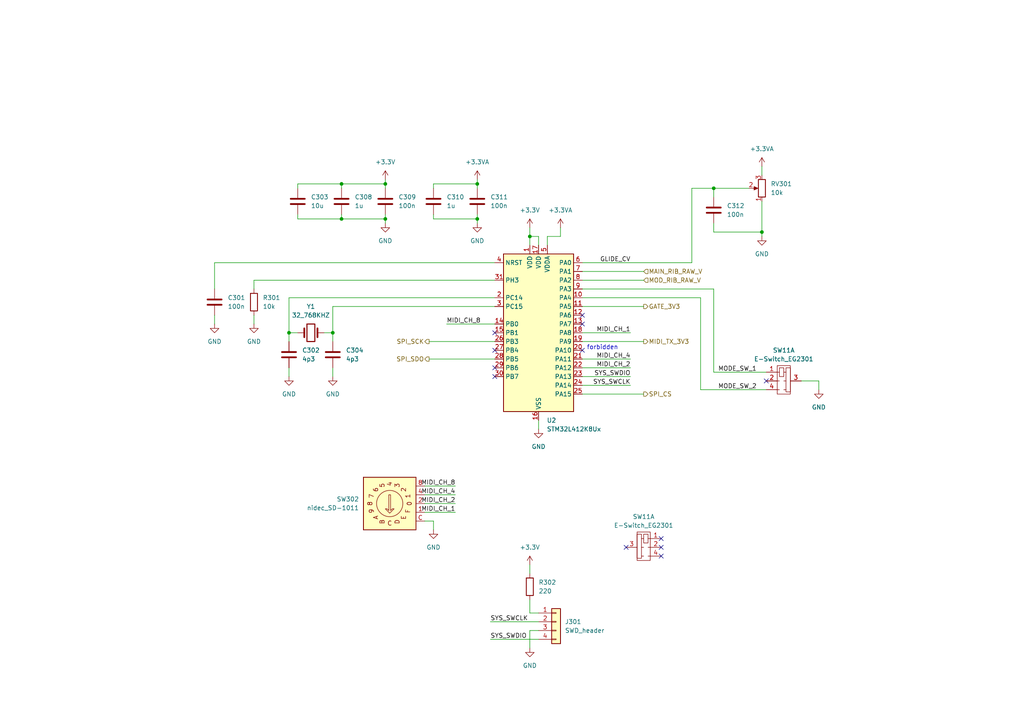
<source format=kicad_sch>
(kicad_sch (version 20230121) (generator eeschema)
  (paper "A4")
  (title_block (title "Ribbon Controller Main Board") (date "2023-03-28") (rev "0") (comment 1 "creativecommons.org/licenses/by/4.0") (comment 2 "license: CC by 4.0") (comment 3 "Author: Jordan Aceto"))
  (lib_symbols
    (symbol "Connector_Generic:Conn_01x04" (pin_names (offset 1.016) hide)
      (property "Reference" "J" (at 0 5.08 0))
      (property "Value" "Conn_01x04" (at 0 -7.62 0))
      (symbol "Conn_01x04_1_1"
        (rectangle (start -1.27 -4.953) (end 0 -5.207) (stroke (width 0.1524)))
        (rectangle (start -1.27 -2.413) (end 0 -2.667) (stroke (width 0.1524)))
        (rectangle (start -1.27 0.127) (end 0 -0.127) (stroke (width 0.1524)))
        (rectangle (start -1.27 2.667) (end 0 2.413) (stroke (width 0.1524)))
        (rectangle (start -1.27 3.81) (end 1.27 -6.35) (stroke (width 0.254)) (fill (type background)))
        (pin passive line (at -5.08 2.54 0) (length 3.81) (name "Pin_1") (number "1"))
        (pin passive line (at -5.08 0 0) (length 3.81) (name "Pin_2") (number "2"))
        (pin passive line (at -5.08 -2.54 0) (length 3.81) (name "Pin_3") (number "3"))
        (pin passive line (at -5.08 -5.08 0) (length 3.81) (name "Pin_4") (number "4"))
      )
    )
    (symbol "Device:C" (pin_numbers hide) (pin_names (offset 0.254))
      (property "Reference" "C" (at 0.635 2.54 0))
      (property "Value" "C" (at 0.635 -2.54 0))
      (symbol "C_0_1"
        (polyline (pts (xy -2.032 -0.762) (xy 2.032 -0.762)) (stroke (width 0.508)))
        (polyline (pts (xy -2.032 0.762) (xy 2.032 0.762)) (stroke (width 0.508)))
      )
      (symbol "C_1_1"
        (pin passive line (at 0 3.81 270) (length 2.794) (name "~") (number "1"))
        (pin passive line (at 0 -3.81 90) (length 2.794) (name "~") (number "2"))
      )
    )
    (symbol "Device:Crystal" (pin_numbers hide) (pin_names (offset 1.016) hide)
      (property "Reference" "Y" (at 0 3.81 0))
      (property "Value" "Crystal" (at 0 -3.81 0))
      (symbol "Crystal_0_1"
        (rectangle (start -1.143 2.54) (end 1.143 -2.54) (stroke (width 0.3048)))
        (polyline (pts (xy -2.54 0) (xy -1.905 0)))
        (polyline (pts (xy -1.905 -1.27) (xy -1.905 1.27)) (stroke (width 0.508)))
        (polyline (pts (xy 1.905 -1.27) (xy 1.905 1.27)) (stroke (width 0.508)))
        (polyline (pts (xy 2.54 0) (xy 1.905 0)))
      )
      (symbol "Crystal_1_1"
        (pin passive line (at -3.81 0 0) (length 1.27) (name "1") (number "1"))
        (pin passive line (at 3.81 0 180) (length 1.27) (name "2") (number "2"))
      )
    )
    (symbol "Device:R" (pin_numbers hide) (pin_names (offset 0))
      (property "Reference" "R" (at 2.032 0 90))
      (property "Value" "R" (at 0 0 90))
      (symbol "R_0_1"
        (rectangle (start -1.016 -2.54) (end 1.016 2.54) (stroke (width 0.254)))
      )
      (symbol "R_1_1"
        (pin passive line (at 0 3.81 270) (length 1.27) (name "~") (number "1"))
        (pin passive line (at 0 -3.81 90) (length 1.27) (name "~") (number "2"))
      )
    )
    (symbol "Device:R_Potentiometer" (pin_names (offset 1.016) hide)
      (property "Reference" "RV" (at -4.445 0 90))
      (property "Value" "R_Potentiometer" (at -2.54 0 90))
      (symbol "R_Potentiometer_0_1"
        (polyline (pts (xy 2.54 0) (xy 1.524 0)))
        (polyline (pts (xy 1.143 0) (xy 2.286 0.508) (xy 2.286 -0.508) (xy 1.143 0)) (fill (type outline)))
        (rectangle (start 1.016 2.54) (end -1.016 -2.54) (stroke (width 0.254)))
      )
      (symbol "R_Potentiometer_1_1"
        (pin passive line (at 0 3.81 270) (length 1.27) (name "1") (number "1"))
        (pin passive line (at 3.81 0 180) (length 1.27) (name "2") (number "2"))
        (pin passive line (at 0 -3.81 90) (length 1.27) (name "3") (number "3"))
      )
    )
    (symbol "MCU_ST_STM32L4:STM32L412K8Ux"
      (property "Reference" "U" (at -10.16 24.13 0))
      (property "Value" "STM32L412K8Ux" (at 5.08 24.13 0))
      (symbol "STM32L412K8Ux_0_1"
        (rectangle (start -10.16 -22.86) (end 10.16 22.86) (stroke (width 0.254)) (fill (type background)))
      )
      (symbol "STM32L412K8Ux_1_1"
        (pin power_in line (at -2.54 25.4 270) (length 2.54) (name "VDD") (number "1"))
        (pin bidirectional line (at 12.7 10.16 180) (length 2.54) (name "PA4") (number "10"))
        (pin bidirectional line (at 12.7 7.62 180) (length 2.54) (name "PA5") (number "11"))
        (pin bidirectional line (at 12.7 5.08 180) (length 2.54) (name "PA6") (number "12"))
        (pin bidirectional line (at 12.7 2.54 180) (length 2.54) (name "PA7") (number "13"))
        (pin bidirectional line (at -12.7 2.54 0) (length 2.54) (name "PB0") (number "14"))
        (pin bidirectional line (at -12.7 0 0) (length 2.54) (name "PB1") (number "15"))
        (pin power_in line (at 0 -25.4 90) (length 2.54) (name "VSS") (number "16"))
        (pin power_in line (at 0 25.4 270) (length 2.54) (name "VDD") (number "17"))
        (pin bidirectional line (at 12.7 0 180) (length 2.54) (name "PA8") (number "18"))
        (pin bidirectional line (at 12.7 -2.54 180) (length 2.54) (name "PA9") (number "19"))
        (pin bidirectional line (at -12.7 10.16 0) (length 2.54) (name "PC14") (number "2"))
        (pin bidirectional line (at 12.7 -5.08 180) (length 2.54) (name "PA10") (number "20"))
        (pin bidirectional line (at 12.7 -7.62 180) (length 2.54) (name "PA11") (number "21"))
        (pin bidirectional line (at 12.7 -10.16 180) (length 2.54) (name "PA12") (number "22"))
        (pin bidirectional line (at 12.7 -12.7 180) (length 2.54) (name "PA13") (number "23"))
        (pin bidirectional line (at 12.7 -15.24 180) (length 2.54) (name "PA14") (number "24"))
        (pin bidirectional line (at 12.7 -17.78 180) (length 2.54) (name "PA15") (number "25"))
        (pin bidirectional line (at -12.7 -2.54 0) (length 2.54) (name "PB3") (number "26"))
        (pin bidirectional line (at -12.7 -5.08 0) (length 2.54) (name "PB4") (number "27"))
        (pin bidirectional line (at -12.7 -7.62 0) (length 2.54) (name "PB5") (number "28"))
        (pin bidirectional line (at -12.7 -10.16 0) (length 2.54) (name "PB6") (number "29"))
        (pin bidirectional line (at -12.7 7.62 0) (length 2.54) (name "PC15") (number "3"))
        (pin bidirectional line (at -12.7 -12.7 0) (length 2.54) (name "PB7") (number "30"))
        (pin bidirectional line (at -12.7 15.24 0) (length 2.54) (name "PH3") (number "31"))
        (pin passive line (at 0 -25.4 90) (length 2.54) hide (name "VSS") (number "32"))
        (pin passive line (at 0 -25.4 90) (length 2.54) hide (name "VSS") (number "33"))
        (pin input line (at -12.7 20.32 0) (length 2.54) (name "NRST") (number "4"))
        (pin power_in line (at 2.54 25.4 270) (length 2.54) (name "VDDA") (number "5"))
        (pin bidirectional line (at 12.7 20.32 180) (length 2.54) (name "PA0") (number "6"))
        (pin bidirectional line (at 12.7 17.78 180) (length 2.54) (name "PA1") (number "7"))
        (pin bidirectional line (at 12.7 15.24 180) (length 2.54) (name "PA2") (number "8"))
        (pin bidirectional line (at 12.7 12.7 180) (length 2.54) (name "PA3") (number "9"))
      )
    )
    (symbol "custom_symbols:E-Switch_EG2301" (pin_names (offset 1.016) hide)
      (property "Reference" "SW301" (at 0 8.89 0))
      (property "Value" "E-Switch_EG2301" (at 0 6.35 0))
      (symbol "E-Switch_EG2301_0_1"
        (rectangle (start -1.905 3.81) (end -0.635 -3.175))
        (rectangle (start -1.905 4.445) (end 1.905 -3.81))
        (polyline (pts (xy -0.635 -2.54) (xy 0 -2.54)))
        (polyline (pts (xy -0.635 0) (xy 0 0)))
        (polyline (pts (xy -0.635 2.54) (xy 0 2.54)))
        (polyline (pts (xy 1.27 -2.54) (xy 1.905 -2.54)))
        (polyline (pts (xy 1.27 0) (xy 1.905 0)))
        (polyline (pts (xy 1.27 2.54) (xy 1.905 2.54) (xy 1.27 2.54)))
        (rectangle (start 0 3.81) (end 1.27 1.27))
      )
      (symbol "E-Switch_EG2301_1_1"
        (pin passive line (at 5.08 2.54 180) (length 3.175) (name "1") (number "1"))
        (pin passive line (at 5.08 0 180) (length 3.175) (name "2") (number "2"))
        (pin passive line (at -5.08 0 0) (length 3.175) (name "3") (number "3"))
        (pin passive line (at 5.08 -2.54 180) (length 3.175) (name "4") (number "4"))
      )
      (symbol "E-Switch_EG2301_2_1"
        (pin passive line (at 5.08 2.54 180) (length 3.175) (name "5") (number "5"))
        (pin passive line (at 5.08 0 180) (length 3.175) (name "6") (number "6"))
        (pin passive line (at -5.08 0 0) (length 3.175) (name "7") (number "7"))
        (pin passive line (at 5.08 -2.54 180) (length 3.175) (name "8") (number "8"))
      )
    )
    (symbol "custom_symbols:Nidec_Copal_SD-1011" (pin_names hide)
      (property "Reference" "SW302" (at -8.89 1.27 0))
      (property "Value" "nidec_SD-1011" (at -8.89 -1.27 0))
      (symbol "Nidec_Copal_SD-1011_0_0"
        (text "0" (at 5.715 0 2700) (effects (font (size 1.27 1.27))))
        (text "1" (at 5.2832 -2.1844 2475) (effects (font (size 1.27 1.27))))
        (text "2" (at 4.0386 -4.0386 2250) (effects (font (size 1.27 1.27))))
        (text "3" (at 2.1844 -5.2832 2025) (effects (font (size 1.27 1.27))))
        (text "4" (at 0 -5.715 1800) (effects (font (size 1.27 1.27))))
        (text "5" (at -2.1844 -5.2832 1575) (effects (font (size 1.27 1.27))))
        (text "6" (at -4.0386 -4.0386 1350) (effects (font (size 1.27 1.27))))
        (text "7" (at -5.2832 -2.1844 1125) (effects (font (size 1.27 1.27))))
        (text "8" (at -5.715 0 900) (effects (font (size 1.27 1.27))))
        (text "9" (at -5.2832 2.1844 675) (effects (font (size 1.27 1.27))))
        (text "A" (at -4.0386 4.0386 450) (effects (font (size 1.27 1.27))))
        (text "B" (at -2.1844 5.2832 225) (effects (font (size 1.27 1.27))))
        (text "C" (at 0 5.715 0) (effects (font (size 1.27 1.27))))
        (text "D" (at 2.1844 5.2832 3375) (effects (font (size 1.27 1.27))))
        (text "E" (at 4.0386 4.0386 3150) (effects (font (size 1.27 1.27))))
        (text "F" (at 5.2832 2.1844 2925) (effects (font (size 1.27 1.27))))
      )
      (symbol "Nidec_Copal_SD-1011_0_1"
        (rectangle (start -7.62 7.62) (end 7.62 -7.62) (stroke (width 0.254)) (fill (type background)))
        (polyline (pts (xy -0.254 -2.54) (xy -0.254 2.032) (xy -0.762 1.524) (xy -1.27 1.524) (xy 0 2.794) (xy 1.27 1.524) (xy 0.762 1.524) (xy 0.254 2.032) (xy 0.254 -2.54) (xy -0.254 -2.54) (xy -0.254 -2.54)))
        (circle (center 0 0) (radius 3.81))
      )
      (symbol "Nidec_Copal_SD-1011_1_1"
        (pin passive line (at 10.16 2.54 180) (length 2.54) (name "1") (number "1"))
        (pin passive line (at 10.16 0 180) (length 2.54) (name "2") (number "2"))
        (pin passive line (at 10.16 -2.54 180) (length 2.54) (name "4") (number "4"))
        (pin passive line (at 10.16 -5.08 180) (length 2.54) (name "8") (number "8"))
        (pin passive line (at 10.16 5.08 180) (length 2.54) (name "C") (number "C"))
      )
    )
    (symbol "power:+3.3V" (power) (pin_names (offset 0))
      (property "Value" "+3.3V" (at 0 3.556 0))
      (symbol "+3.3V_0_1"
        (polyline (pts (xy -0.762 1.27) (xy 0 2.54)))
        (polyline (pts (xy 0 0) (xy 0 2.54)))
        (polyline (pts (xy 0 2.54) (xy 0.762 1.27)))
      )
      (symbol "+3.3V_1_1"
        (pin power_in line (at 0 0 90) (length 0) hide (name "+3.3V") (number "1"))
      )
    )
    (symbol "power:+3.3VA" (power) (pin_names (offset 0))
      (property "Value" "+3.3VA" (at 0 3.556 0))
      (symbol "+3.3VA_0_1"
        (polyline (pts (xy -0.762 1.27) (xy 0 2.54)))
        (polyline (pts (xy 0 0) (xy 0 2.54)))
        (polyline (pts (xy 0 2.54) (xy 0.762 1.27)))
      )
      (symbol "+3.3VA_1_1"
        (pin power_in line (at 0 0 90) (length 0) hide (name "+3.3VA") (number "1"))
      )
    )
    (symbol "power:GND" (power) (pin_names (offset 0))
      (property "Value" "GND" (at 0 -3.81 0))
      (symbol "GND_0_1"
        (polyline (pts (xy 0 0) (xy 0 -1.27) (xy 1.27 -1.27) (xy 0 -2.54) (xy -1.27 -1.27) (xy 0 -1.27)))
      )
      (symbol "GND_1_1"
        (pin power_in line (at 0 0 270) (length 0) hide (name "GND") (number "1"))
      )
    )
  )
  (junction (at 207.01 54.61))
  (junction (at 111.76 53.34))
  (junction (at 99.06 63.5))
  (junction (at 99.06 53.34))
  (junction (at 153.67 68.58))
  (junction (at 111.76 63.5))
  (junction (at 83.82 96.52))
  (junction (at 96.52 96.52))
  (junction (at 138.43 53.34))
  (junction (at 138.43 63.5))
  (junction (at 220.98 67.31))
  (no_connect (at 222.25 110.49))
  (no_connect (at 143.51 96.52))
  (no_connect (at 191.77 158.75))
  (no_connect (at 181.61 158.75))
  (no_connect (at 143.51 101.6))
  (no_connect (at 191.77 156.21))
  (no_connect (at 168.91 101.6))
  (no_connect (at 168.91 91.44))
  (no_connect (at 143.51 106.68))
  (no_connect (at 168.91 93.98))
  (no_connect (at 143.51 109.22))
  (no_connect (at 191.77 161.29))
  (wire (pts (xy 158.75 68.58) (xy 162.56 68.58)))
  (wire (pts (xy 123.19 140.97) (xy 132.08 140.97)))
  (wire (pts (xy 156.21 71.12) (xy 156.21 68.58)))
  (wire (pts (xy 138.43 54.61) (xy 138.43 53.34)))
  (wire (pts (xy 86.36 53.34) (xy 99.06 53.34)))
  (wire (pts (xy 99.06 53.34) (xy 111.76 53.34)))
  (wire (pts (xy 123.19 143.51) (xy 132.08 143.51)))
  (wire (pts (xy 153.67 66.04) (xy 153.67 68.58)))
  (wire (pts (xy 138.43 52.07) (xy 138.43 53.34)))
  (wire (pts (xy 62.23 76.2) (xy 143.51 76.2)))
  (wire (pts (xy 96.52 88.9) (xy 143.51 88.9)))
  (wire (pts (xy 62.23 83.82) (xy 62.23 76.2)))
  (wire (pts (xy 168.91 114.3) (xy 186.69 114.3)))
  (wire (pts (xy 207.01 83.82) (xy 168.91 83.82)))
  (wire (pts (xy 125.73 63.5) (xy 138.43 63.5)))
  (wire (pts (xy 153.67 177.8) (xy 156.21 177.8)))
  (wire (pts (xy 207.01 54.61) (xy 200.66 54.61)))
  (wire (pts (xy 125.73 53.34) (xy 138.43 53.34)))
  (wire (pts (xy 168.91 88.9) (xy 186.69 88.9)))
  (wire (pts (xy 168.91 76.2) (xy 200.66 76.2)))
  (wire (pts (xy 99.06 63.5) (xy 111.76 63.5)))
  (wire (pts (xy 153.67 68.58) (xy 153.67 71.12)))
  (wire (pts (xy 73.66 81.28) (xy 143.51 81.28)))
  (wire (pts (xy 222.25 113.03) (xy 203.2 113.03)))
  (wire (pts (xy 124.46 104.14) (xy 143.51 104.14)))
  (wire (pts (xy 156.21 68.58) (xy 153.67 68.58)))
  (wire (pts (xy 125.73 151.13) (xy 125.73 153.67)))
  (wire (pts (xy 111.76 63.5) (xy 111.76 64.77)))
  (wire (pts (xy 156.21 121.92) (xy 156.21 124.46)))
  (wire (pts (xy 124.46 99.06) (xy 143.51 99.06)))
  (wire (pts (xy 162.56 66.04) (xy 162.56 68.58)))
  (wire (pts (xy 182.88 106.68) (xy 168.91 106.68)))
  (wire (pts (xy 73.66 83.82) (xy 73.66 81.28)))
  (wire (pts (xy 156.21 182.88) (xy 153.67 182.88)))
  (wire (pts (xy 168.91 99.06) (xy 186.69 99.06)))
  (wire (pts (xy 158.75 71.12) (xy 158.75 68.58)))
  (wire (pts (xy 203.2 86.36) (xy 203.2 113.03)))
  (wire (pts (xy 182.88 96.52) (xy 168.91 96.52)))
  (wire (pts (xy 129.54 93.98) (xy 143.51 93.98)))
  (wire (pts (xy 86.36 62.23) (xy 86.36 63.5)))
  (wire (pts (xy 125.73 62.23) (xy 125.73 63.5)))
  (wire (pts (xy 220.98 67.31) (xy 220.98 68.58)))
  (wire (pts (xy 123.19 146.05) (xy 132.08 146.05)))
  (wire (pts (xy 96.52 88.9) (xy 96.52 96.52)))
  (wire (pts (xy 83.82 96.52) (xy 83.82 86.36)))
  (wire (pts (xy 207.01 54.61) (xy 207.01 57.15)))
  (wire (pts (xy 220.98 48.26) (xy 220.98 50.8)))
  (wire (pts (xy 220.98 58.42) (xy 220.98 67.31)))
  (wire (pts (xy 83.82 106.68) (xy 83.82 109.22)))
  (wire (pts (xy 207.01 64.77) (xy 207.01 67.31)))
  (wire (pts (xy 153.67 173.99) (xy 153.67 177.8)))
  (wire (pts (xy 99.06 54.61) (xy 99.06 53.34)))
  (wire (pts (xy 153.67 182.88) (xy 153.67 187.96)))
  (wire (pts (xy 200.66 76.2) (xy 200.66 54.61)))
  (wire (pts (xy 86.36 54.61) (xy 86.36 53.34)))
  (wire (pts (xy 123.19 148.59) (xy 132.08 148.59)))
  (wire (pts (xy 156.21 185.42) (xy 142.24 185.42)))
  (wire (pts (xy 217.17 54.61) (xy 207.01 54.61)))
  (wire (pts (xy 237.49 110.49) (xy 232.41 110.49)))
  (wire (pts (xy 138.43 62.23) (xy 138.43 63.5)))
  (wire (pts (xy 156.21 180.34) (xy 142.24 180.34)))
  (wire (pts (xy 86.36 96.52) (xy 83.82 96.52)))
  (wire (pts (xy 168.91 86.36) (xy 203.2 86.36)))
  (wire (pts (xy 73.66 91.44) (xy 73.66 93.98)))
  (wire (pts (xy 168.91 81.28) (xy 186.69 81.28)))
  (wire (pts (xy 96.52 96.52) (xy 96.52 99.06)))
  (wire (pts (xy 168.91 109.22) (xy 182.88 109.22)))
  (wire (pts (xy 111.76 52.07) (xy 111.76 53.34)))
  (wire (pts (xy 168.91 111.76) (xy 182.88 111.76)))
  (wire (pts (xy 111.76 62.23) (xy 111.76 63.5)))
  (wire (pts (xy 83.82 96.52) (xy 83.82 99.06)))
  (wire (pts (xy 96.52 96.52) (xy 93.98 96.52)))
  (wire (pts (xy 125.73 54.61) (xy 125.73 53.34)))
  (wire (pts (xy 222.25 107.95) (xy 207.01 107.95)))
  (wire (pts (xy 220.98 67.31) (xy 207.01 67.31)))
  (wire (pts (xy 99.06 62.23) (xy 99.06 63.5)))
  (wire (pts (xy 182.88 104.14) (xy 168.91 104.14)))
  (wire (pts (xy 168.91 78.74) (xy 186.69 78.74)))
  (wire (pts (xy 237.49 110.49) (xy 237.49 113.03)))
  (wire (pts (xy 83.82 86.36) (xy 143.51 86.36)))
  (wire (pts (xy 111.76 54.61) (xy 111.76 53.34)))
  (wire (pts (xy 96.52 106.68) (xy 96.52 109.22)))
  (wire (pts (xy 86.36 63.5) (xy 99.06 63.5)))
  (wire (pts (xy 153.67 163.83) (xy 153.67 166.37)))
  (wire (pts (xy 62.23 91.44) (xy 62.23 93.98)))
  (wire (pts (xy 123.19 151.13) (xy 125.73 151.13)))
  (wire (pts (xy 207.01 83.82) (xy 207.01 107.95)))
  (wire (pts (xy 138.43 63.5) (xy 138.43 64.77)))
  (text "forbidden" (at 170.18 101.6 0) (effects (font (size 1.27 1.27)) (justify left bottom)))
  (label "MODE_SW_2" (at 208.28 113.03 0))
  (label "MIDI_CH_1" (at 182.88 96.52 180))
  (label "GLIDE_CV" (at 182.88 76.2 180))
  (label "MIDI_CH_8" (at 132.08 140.97 180))
  (label "MIDI_CH_4" (at 182.88 104.14 180))
  (label "MIDI_CH_4" (at 132.08 143.51 180))
  (label "SYS_SWDIO" (at 182.88 109.22 180))
  (label "MIDI_CH_8" (at 129.54 93.98 0))
  (label "SYS_SWCLK" (at 182.88 111.76 180))
  (label "MIDI_CH_2" (at 132.08 146.05 180))
  (label "SYS_SWCLK" (at 142.24 180.34 0))
  (label "MIDI_CH_1" (at 132.08 148.59 180))
  (label "MIDI_CH_2" (at 182.88 106.68 180))
  (label "SYS_SWDIO" (at 142.24 185.42 0))
  (label "MODE_SW_1" (at 208.28 107.95 0))
  (hierarchical_label "SPI_SDO" (shape output) (at 124.46 104.14 180))
  (hierarchical_label "MAIN_RIB_RAW_V" (shape input) (at 186.69 78.74 0))
  (hierarchical_label "SPI_CS" (shape output) (at 186.69 114.3 0))
  (hierarchical_label "GATE_3V3" (shape output) (at 186.69 88.9 0))
  (hierarchical_label "MIDI_TX_3V3" (shape output) (at 186.69 99.06 0))
  (hierarchical_label "SPI_SCK" (shape output) (at 124.46 99.06 180))
  (hierarchical_label "MOD_RIB_RAW_V" (shape input) (at 186.69 81.28 0))
  (symbol (lib_id "Device:C") (at 138.43 58.42 0) (mirror y) (unit 1)
    (property "Reference" "C311" (at 142.24 57.15 0) (effects (justify right)))
    (property "Value" "100n" (at 142.24 59.69 0) (effects (justify right)))
    (property "Footprint" "Capacitor_SMD:C_0603_1608Metric" (effects hide))
    (instances (project "ribbon_controller" (path "" (reference "C311") (unit 1)) (path "" (reference "C307") (unit 1))))
  )
  (symbol (lib_id "custom_symbols:E-Switch_EG2301") (at 186.69 158.75 0) (unit 1)
    (property "Reference" "SW11" (at 186.69 149.86 0))
    (property "Value" "E-Switch_EG2301" (at 186.69 152.4 0))
    (property "Footprint" "custom_footprints:E-Switch_EG2301" (effects hide))
    (property "Datasheet" "https://www.e-switch.com/wp-content/uploads/2022/06/EG.pdf" (effects hide))
    (instances (project "main_VCO_board" (path "" (reference "SW11") (unit 1))) (project "modulation_board" (path "" (reference "SW507") (unit 1))) (project "ribbon_controller" (path "" (reference "SW301") (unit 2))))
  )
  (symbol (lib_id "Device:C") (at 96.52 102.87 180) (unit 1)
    (property "Reference" "C304" (at 100.33 101.6 0) (effects (justify right)))
    (property "Value" "4p3" (at 100.33 104.14 0) (effects (justify right)))
    (property "Footprint" "Capacitor_SMD:C_0603_1608Metric" (effects hide))
  )
  (symbol (lib_id "power:GND") (at 156.21 124.46 0) (unit 1)
    (property "Reference" "#PWR0223" (effects hide))
    (property "Value" "GND" (at 156.21 129.54 0))
  )
  (symbol (lib_id "Connector_Generic:Conn_01x04") (at 161.29 180.34 0) (unit 1)
    (property "Reference" "J301" (at 163.83 180.34 0) (effects (justify left)))
    (property "Value" "SWD_header" (at 163.83 182.88 0) (effects (justify left)))
    (property "Footprint" "Connector_PinHeader_2.54mm:PinHeader_1x04_P2.54mm_Vertical" (effects hide))
  )
  (symbol (lib_id "custom_symbols:E-Switch_EG2301") (at 227.33 110.49 0) (mirror y) (unit 1)
    (property "Reference" "SW11" (at 227.33 101.6 0))
    (property "Value" "E-Switch_EG2301" (at 227.33 104.14 0))
    (property "Footprint" "custom_footprints:E-Switch_EG2301" (effects hide))
    (property "Datasheet" "https://www.e-switch.com/wp-content/uploads/2022/06/EG.pdf" (effects hide))
    (instances (project "main_VCO_board" (path "" (reference "SW11") (unit 1))) (project "modulation_board" (path "" (reference "SW507") (unit 1))) (project "ribbon_controller" (path "" (reference "SW301") (unit 1))))
  )
  (symbol (lib_id "MCU_ST_STM32L4:STM32L412K8Ux") (at 156.21 96.52 0) (unit 1)
    (property "Reference" "U2" (at 158.5835 121.92 0) (effects (justify left)))
    (property "Value" "STM32L412K8Ux" (at 158.5835 124.46 0) (effects (justify left)))
    (property "Footprint" "Package_DFN_QFN:QFN-32-1EP_5x5mm_P0.5mm_EP3.45x3.45mm" (effects hide))
    (property "Datasheet" "https://www.st.com/resource/en/datasheet/stm32l412k8.pdf" (effects hide))
  )
  (symbol (lib_id "power:+3.3V") (at 153.67 163.83 0) (unit 1)
    (property "Reference" "#PWR035" (effects hide))
    (property "Value" "+3.3V" (at 153.67 158.75 0))
  )
  (symbol (lib_id "Device:C") (at 62.23 87.63 180) (unit 1)
    (property "Reference" "C301" (at 66.04 86.36 0) (effects (justify right)))
    (property "Value" "100n" (at 66.04 88.9 0) (effects (justify right)))
    (property "Footprint" "Capacitor_SMD:C_0603_1608Metric" (effects hide))
  )
  (symbol (lib_id "Device:C") (at 125.73 58.42 0) (mirror y) (unit 1)
    (property "Reference" "C310" (at 129.54 57.15 0) (effects (justify right)))
    (property "Value" "1u" (at 129.54 59.69 0) (effects (justify right)))
    (property "Footprint" "Capacitor_SMD:C_0805_2012Metric" (effects hide))
    (instances (project "ribbon_controller" (path "" (reference "C310") (unit 1)) (path "" (reference "C306") (unit 1))))
  )
  (symbol (lib_id "power:+3.3VA") (at 138.43 52.07 0) (unit 1)
    (property "Reference" "#PWR0209" (effects hide))
    (property "Value" "+3.3VA" (at 138.43 46.99 0))
  )
  (symbol (lib_id "power:GND") (at 237.49 113.03 0) (mirror y) (unit 1)
    (property "Reference" "#PWR0507" (effects hide))
    (property "Value" "GND" (at 237.49 118.11 0))
    (instances (project "modulation_board" (path "" (reference "#PWR0507") (unit 1))) (project "ribbon_controller" (path "" (reference "#PWR0206") (unit 1))))
  )
  (symbol (lib_id "power:+3.3VA") (at 162.56 66.04 0) (unit 1)
    (property "Reference" "#PWR0205" (effects hide))
    (property "Value" "+3.3VA" (at 162.56 60.96 0))
  )
  (symbol (lib_id "power:+3.3V") (at 153.67 66.04 0) (unit 1)
    (property "Reference" "#PWR0203" (effects hide))
    (property "Value" "+3.3V" (at 153.67 60.96 0))
  )
  (symbol (lib_id "Device:C") (at 86.36 58.42 0) (mirror y) (unit 1)
    (property "Reference" "C303" (at 90.17 57.15 0) (effects (justify right)))
    (property "Value" "10u" (at 90.17 59.69 0) (effects (justify right)))
    (property "Footprint" "Capacitor_SMD:C_0805_2012Metric" (effects hide))
    (instances (project "ribbon_controller" (path "" (reference "C303") (unit 1)) (path "" (reference "C306") (unit 1))))
  )
  (symbol (lib_id "power:+3.3VA") (at 220.98 48.26 0) (unit 1)
    (property "Reference" "#PWR0207" (effects hide))
    (property "Value" "+3.3VA" (at 220.98 43.18 0))
  )
  (symbol (lib_id "Device:C") (at 207.01 60.96 0) (mirror y) (unit 1)
    (property "Reference" "C312" (at 210.82 59.69 0) (effects (justify right)))
    (property "Value" "100n" (at 210.82 62.23 0) (effects (justify right)))
    (property "Footprint" "Capacitor_SMD:C_0603_1608Metric" (effects hide))
  )
  (symbol (lib_id "power:GND") (at 83.82 109.22 0) (unit 1)
    (property "Reference" "#PWR031" (effects hide))
    (property "Value" "GND" (at 83.82 114.3 0))
  )
  (symbol (lib_id "power:GND") (at 111.76 64.77 0) (mirror y) (unit 1)
    (property "Reference" "#PWR0202" (effects hide))
    (property "Value" "GND" (at 111.76 69.85 0))
    (instances (project "ribbon_controller" (path "" (reference "#PWR0202") (unit 1)) (path "" (reference "#PWR025") (unit 1))))
  )
  (symbol (lib_id "power:GND") (at 220.98 68.58 0) (unit 1)
    (property "Reference" "#PWR0208" (effects hide))
    (property "Value" "GND" (at 220.98 73.66 0))
  )
  (symbol (lib_id "Device:R") (at 73.66 87.63 180) (unit 1)
    (property "Reference" "R301" (at 76.2 86.36 0) (effects (justify right)))
    (property "Value" "10k" (at 76.2 88.9 0) (effects (justify right)))
    (property "Footprint" "Resistor_SMD:R_0603_1608Metric" (effects hide))
  )
  (symbol (lib_id "power:GND") (at 138.43 64.77 0) (mirror y) (unit 1)
    (property "Reference" "#PWR0204" (effects hide))
    (property "Value" "GND" (at 138.43 69.85 0))
    (instances (project "ribbon_controller" (path "" (reference "#PWR0204") (unit 1)) (path "" (reference "#PWR025") (unit 1))))
  )
  (symbol (lib_id "power:GND") (at 153.67 187.96 0) (unit 1)
    (property "Reference" "#PWR0226" (effects hide))
    (property "Value" "GND" (at 153.67 193.04 0))
  )
  (symbol (lib_id "custom_symbols:Nidec_Copal_SD-1011") (at 113.03 146.05 0) (mirror x) (unit 1)
    (property "Reference" "SW302" (at 104.14 144.78 0) (effects (justify right)))
    (property "Value" "nidec_SD-1011" (at 104.14 147.32 0) (effects (justify right)))
    (property "Footprint" "custom_footprints:SD-1011" (effects hide))
    (property "Datasheet" "https://www.nidec-copal-electronics.com/e/catalog/switch/sd-1000&sd-2000.pdf" (effects hide))
  )
  (symbol (lib_id "power:GND") (at 62.23 93.98 0) (unit 1)
    (property "Reference" "#PWR0215" (effects hide))
    (property "Value" "GND" (at 62.23 99.06 0))
  )
  (symbol (lib_id "Device:C") (at 83.82 102.87 180) (unit 1)
    (property "Reference" "C302" (at 87.63 101.6 0) (effects (justify right)))
    (property "Value" "4p3" (at 87.63 104.14 0) (effects (justify right)))
    (property "Footprint" "Capacitor_SMD:C_0603_1608Metric" (effects hide))
  )
  (symbol (lib_id "power:GND") (at 73.66 93.98 0) (unit 1)
    (property "Reference" "#PWR0216" (effects hide))
    (property "Value" "GND" (at 73.66 99.06 0))
  )
  (symbol (lib_id "Device:R_Potentiometer") (at 220.98 54.61 180) (unit 1)
    (property "Reference" "RV301" (at 223.52 53.34 0) (effects (justify right)))
    (property "Value" "10k " (at 223.52 55.88 0) (effects (justify right)))
    (property "Footprint" "custom_footprints:Potentiometer_Alpha_RD901F-40-00D_Single_Vertical" (effects hide))
  )
  (symbol (lib_id "Device:C") (at 111.76 58.42 0) (mirror y) (unit 1)
    (property "Reference" "C309" (at 115.57 57.15 0) (effects (justify right)))
    (property "Value" "100n" (at 115.57 59.69 0) (effects (justify right)))
    (property "Footprint" "Capacitor_SMD:C_0603_1608Metric" (effects hide))
    (instances (project "ribbon_controller" (path "" (reference "C309") (unit 1)) (path "" (reference "C307") (unit 1))))
  )
  (symbol (lib_id "power:GND") (at 96.52 109.22 0) (unit 1)
    (property "Reference" "#PWR032" (effects hide))
    (property "Value" "GND" (at 96.52 114.3 0))
  )
  (symbol (lib_id "Device:C") (at 99.06 58.42 0) (mirror y) (unit 1)
    (property "Reference" "C308" (at 102.87 57.15 0) (effects (justify right)))
    (property "Value" "1u" (at 102.87 59.69 0) (effects (justify right)))
    (property "Footprint" "Capacitor_SMD:C_0805_2012Metric" (effects hide))
    (instances (project "ribbon_controller" (path "" (reference "C308") (unit 1)) (path "" (reference "C306") (unit 1))))
  )
  (symbol (lib_id "Device:Crystal") (at 90.17 96.52 0) (unit 1)
    (property "Reference" "Y1" (at 90.17 88.9 0))
    (property "Value" "32_768KHZ" (at 90.17 91.44 0))
    (property "Footprint" "Crystal:Crystal_SMD_MicroCrystal_CC7V-T1A-2Pin_3.2x1.5mm" (effects hide))
  )
  (symbol (lib_id "Device:R") (at 153.67 170.18 0) (unit 1)
    (property "Reference" "R302" (at 156.21 168.91 0) (effects (justify left)))
    (property "Value" "220" (at 156.21 171.45 0) (effects (justify left)))
    (property "Footprint" "Resistor_SMD:R_0603_1608Metric" (effects hide))
  )
  (symbol (lib_id "power:GND") (at 125.73 153.67 0) (unit 1)
    (property "Reference" "#PWR01" (effects hide))
    (property "Value" "GND" (at 125.73 158.75 0))
  )
  (symbol (lib_id "power:+3.3V") (at 111.76 52.07 0) (unit 1)
    (property "Reference" "#PWR0201" (effects hide))
    (property "Value" "+3.3V" (at 111.76 46.99 0))
    (instances (project "ribbon_controller" (path "" (reference "#PWR0201") (unit 1)) (path "" (reference "#PWR020") (unit 1))))
  )
)
</source>
